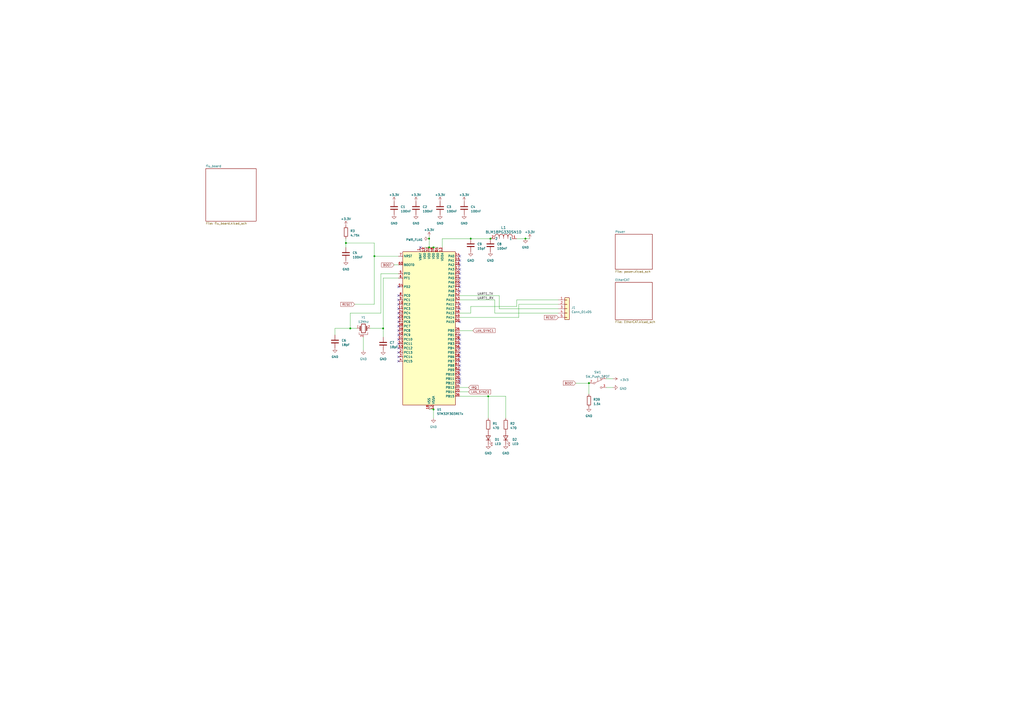
<source format=kicad_sch>
(kicad_sch (version 20230121) (generator eeschema)
  (paper "A2")
  (lib_symbols
    (symbol "BLM18PG330SN1D:BLM18PG330SN1D" (pin_names (offset 0.254))
      (property "Reference" "L" (at 6.985 5.08 0))
      (property "Value" "BLM18PG330SN1D" (at 6.985 -2.54 0))
      (symbol "BLM18PG330SN1D_1_1"
        (polyline (pts (xy 2.54 0) (xy 2.54 1.27)) (stroke (width 0.2032)))
        (polyline (pts (xy 5.08 0) (xy 5.08 1.27)) (stroke (width 0.2032)))
        (polyline (pts (xy 7.62 0) (xy 7.62 1.27)) (stroke (width 0.2032)))
        (polyline (pts (xy 10.16 0) (xy 10.16 1.27)) (stroke (width 0.2032)))
        (polyline (pts (xy 12.7 0) (xy 12.7 1.27)) (stroke (width 0.2032)))
        (arc (start 5.08 1.27) (mid 3.81 2.5345) (end 2.54 1.27) (stroke (width 0.254)))
        (arc (start 7.62 1.27) (mid 6.35 2.5345) (end 5.08 1.27) (stroke (width 0.254)))
        (arc (start 10.16 1.27) (mid 8.89 2.5345) (end 7.62 1.27) (stroke (width 0.254)))
        (arc (start 12.7 1.27) (mid 11.43 2.5345) (end 10.16 1.27) (stroke (width 0.254)))
        (pin unspecified line (at 15.24 0 180) (length 2.54) (name "1") (number "1"))
        (pin unspecified line (at 0 0 0) (length 2.54) (name "2") (number "2"))
      )
      (symbol "BLM18PG330SN1D_1_2"
        (arc (start -1.27 5.08) (mid -2.5345 3.81) (end -1.27 2.54) (stroke (width 0.254)))
        (arc (start -1.27 7.62) (mid -2.5345 6.35) (end -1.27 5.08) (stroke (width 0.254)))
        (arc (start -1.27 10.16) (mid -2.5345 8.89) (end -1.27 7.62) (stroke (width 0.254)))
        (arc (start -1.27 12.7) (mid -2.5345 11.43) (end -1.27 10.16) (stroke (width 0.254)))
        (polyline (pts (xy 0 2.54) (xy -1.27 2.54)) (stroke (width 0.2032)))
        (polyline (pts (xy 0 5.08) (xy -1.27 5.08)) (stroke (width 0.2032)))
        (polyline (pts (xy 0 7.62) (xy -1.27 7.62)) (stroke (width 0.2032)))
        (polyline (pts (xy 0 10.16) (xy -1.27 10.16)) (stroke (width 0.2032)))
        (polyline (pts (xy 0 12.7) (xy -1.27 12.7)) (stroke (width 0.2032)))
        (pin unspecified line (at 0 15.24 270) (length 2.54) (name "1") (number "1"))
        (pin unspecified line (at 0 0 90) (length 2.54) (name "2") (number "2"))
      )
    )
    (symbol "Connector_Generic:Conn_01x05" (pin_names (offset 1.016) hide)
      (property "Reference" "J" (at 0 7.62 0))
      (property "Value" "Conn_01x05" (at 0 -7.62 0))
      (symbol "Conn_01x05_1_1"
        (rectangle (start -1.27 -4.953) (end 0 -5.207) (stroke (width 0.1524)))
        (rectangle (start -1.27 -2.413) (end 0 -2.667) (stroke (width 0.1524)))
        (rectangle (start -1.27 0.127) (end 0 -0.127) (stroke (width 0.1524)))
        (rectangle (start -1.27 2.667) (end 0 2.413) (stroke (width 0.1524)))
        (rectangle (start -1.27 5.207) (end 0 4.953) (stroke (width 0.1524)))
        (rectangle (start -1.27 6.35) (end 1.27 -6.35) (stroke (width 0.254)) (fill (type background)))
        (pin passive line (at -5.08 5.08 0) (length 3.81) (name "Pin_1") (number "1"))
        (pin passive line (at -5.08 2.54 0) (length 3.81) (name "Pin_2") (number "2"))
        (pin passive line (at -5.08 0 0) (length 3.81) (name "Pin_3") (number "3"))
        (pin passive line (at -5.08 -2.54 0) (length 3.81) (name "Pin_4") (number "4"))
        (pin passive line (at -5.08 -5.08 0) (length 3.81) (name "Pin_5") (number "5"))
      )
    )
    (symbol "Device:C" (pin_numbers hide) (pin_names (offset 0.254))
      (property "Reference" "C" (at 0.635 2.54 0))
      (property "Value" "C" (at 0.635 -2.54 0))
      (symbol "C_0_1"
        (polyline (pts (xy -2.032 -0.762) (xy 2.032 -0.762)) (stroke (width 0.508)))
        (polyline (pts (xy -2.032 0.762) (xy 2.032 0.762)) (stroke (width 0.508)))
      )
      (symbol "C_1_1"
        (pin passive line (at 0 3.81 270) (length 2.794) (name "~") (number "1"))
        (pin passive line (at 0 -3.81 90) (length 2.794) (name "~") (number "2"))
      )
    )
    (symbol "Device:Crystal_GND3" (pin_names (offset 1.016) hide)
      (property "Reference" "Y" (at 0 5.715 0))
      (property "Value" "Crystal_GND3" (at 0 3.81 0))
      (symbol "Crystal_GND3_0_1"
        (rectangle (start -1.143 2.54) (end 1.143 -2.54) (stroke (width 0.3048)))
        (polyline (pts (xy -2.54 0) (xy -1.905 0)))
        (polyline (pts (xy -1.905 -1.27) (xy -1.905 1.27)) (stroke (width 0.508)))
        (polyline (pts (xy 0 -3.81) (xy 0 -3.556)))
        (polyline (pts (xy 1.905 0) (xy 2.54 0)))
        (polyline (pts (xy 1.905 1.27) (xy 1.905 -1.27)) (stroke (width 0.508)))
        (polyline (pts (xy -2.54 -2.286) (xy -2.54 -3.556) (xy 2.54 -3.556) (xy 2.54 -2.286)))
      )
      (symbol "Crystal_GND3_1_1"
        (pin passive line (at -3.81 0 0) (length 1.27) (name "1") (number "1"))
        (pin passive line (at 3.81 0 180) (length 1.27) (name "2") (number "2"))
        (pin passive line (at 0 -5.08 90) (length 1.27) (name "3") (number "3"))
      )
    )
    (symbol "Device:LED" (pin_numbers hide) (pin_names (offset 1.016) hide)
      (property "Reference" "D" (at 0 2.54 0))
      (property "Value" "LED" (at 0 -2.54 0))
      (symbol "LED_0_1"
        (polyline (pts (xy -1.27 -1.27) (xy -1.27 1.27)) (stroke (width 0.254)))
        (polyline (pts (xy -1.27 0) (xy 1.27 0)))
        (polyline (pts (xy 1.27 -1.27) (xy 1.27 1.27) (xy -1.27 0) (xy 1.27 -1.27)) (stroke (width 0.254)))
        (polyline (pts (xy -3.048 -0.762) (xy -4.572 -2.286) (xy -3.81 -2.286) (xy -4.572 -2.286) (xy -4.572 -1.524)))
        (polyline (pts (xy -1.778 -0.762) (xy -3.302 -2.286) (xy -2.54 -2.286) (xy -3.302 -2.286) (xy -3.302 -1.524)))
      )
      (symbol "LED_1_1"
        (pin passive line (at -3.81 0 0) (length 2.54) (name "K") (number "1"))
        (pin passive line (at 3.81 0 180) (length 2.54) (name "A") (number "2"))
      )
    )
    (symbol "Device:R" (pin_numbers hide) (pin_names (offset 0))
      (property "Reference" "R" (at 2.032 0 90))
      (property "Value" "R" (at 0 0 90))
      (symbol "R_0_1"
        (rectangle (start -1.016 -2.54) (end 1.016 2.54) (stroke (width 0.254)))
      )
      (symbol "R_1_1"
        (pin passive line (at 0 3.81 270) (length 1.27) (name "~") (number "1"))
        (pin passive line (at 0 -3.81 90) (length 1.27) (name "~") (number "2"))
      )
    )
    (symbol "MCU_ST_STM32F3:STM32F303RETx"
      (property "Reference" "U" (at -15.24 46.99 0))
      (property "Value" "STM32F303RETx" (at 10.16 46.99 0))
      (symbol "STM32F303RETx_0_1"
        (rectangle (start -15.24 -43.18) (end 15.24 45.72) (stroke (width 0.254)) (fill (type background)))
      )
      (symbol "STM32F303RETx_1_1"
        (pin power_in line (at -5.08 48.26 270) (length 2.54) (name "VBAT") (number "1"))
        (pin bidirectional line (at -17.78 15.24 0) (length 2.54) (name "PC2") (number "10"))
        (pin bidirectional line (at -17.78 12.7 0) (length 2.54) (name "PC3") (number "11"))
        (pin power_in line (at 2.54 -45.72 90) (length 2.54) (name "VSSA") (number "12"))
        (pin power_in line (at 7.62 48.26 270) (length 2.54) (name "VDDA") (number "13"))
        (pin bidirectional line (at 17.78 43.18 180) (length 2.54) (name "PA0") (number "14"))
        (pin bidirectional line (at 17.78 40.64 180) (length 2.54) (name "PA1") (number "15"))
        (pin bidirectional line (at 17.78 38.1 180) (length 2.54) (name "PA2") (number "16"))
        (pin bidirectional line (at 17.78 35.56 180) (length 2.54) (name "PA3") (number "17"))
        (pin power_in line (at 0 -45.72 90) (length 2.54) (name "VSS") (number "18"))
        (pin power_in line (at -2.54 48.26 270) (length 2.54) (name "VDD") (number "19"))
        (pin bidirectional line (at -17.78 -12.7 0) (length 2.54) (name "PC13") (number "2"))
        (pin bidirectional line (at 17.78 33.02 180) (length 2.54) (name "PA4") (number "20"))
        (pin bidirectional line (at 17.78 30.48 180) (length 2.54) (name "PA5") (number "21"))
        (pin bidirectional line (at 17.78 27.94 180) (length 2.54) (name "PA6") (number "22"))
        (pin bidirectional line (at 17.78 25.4 180) (length 2.54) (name "PA7") (number "23"))
        (pin bidirectional line (at -17.78 10.16 0) (length 2.54) (name "PC4") (number "24"))
        (pin bidirectional line (at -17.78 7.62 0) (length 2.54) (name "PC5") (number "25"))
        (pin bidirectional line (at 17.78 0 180) (length 2.54) (name "PB0") (number "26"))
        (pin bidirectional line (at 17.78 -2.54 180) (length 2.54) (name "PB1") (number "27"))
        (pin bidirectional line (at 17.78 -5.08 180) (length 2.54) (name "PB2") (number "28"))
        (pin bidirectional line (at 17.78 -25.4 180) (length 2.54) (name "PB10") (number "29"))
        (pin bidirectional line (at -17.78 -15.24 0) (length 2.54) (name "PC14") (number "3"))
        (pin bidirectional line (at 17.78 -27.94 180) (length 2.54) (name "PB11") (number "30"))
        (pin passive line (at 0 -45.72 90) (length 2.54) hide (name "VSS") (number "31"))
        (pin power_in line (at 0 48.26 270) (length 2.54) (name "VDD") (number "32"))
        (pin bidirectional line (at 17.78 -30.48 180) (length 2.54) (name "PB12") (number "33"))
        (pin bidirectional line (at 17.78 -33.02 180) (length 2.54) (name "PB13") (number "34"))
        (pin bidirectional line (at 17.78 -35.56 180) (length 2.54) (name "PB14") (number "35"))
        (pin bidirectional line (at 17.78 -38.1 180) (length 2.54) (name "PB15") (number "36"))
        (pin bidirectional line (at -17.78 5.08 0) (length 2.54) (name "PC6") (number "37"))
        (pin bidirectional line (at -17.78 2.54 0) (length 2.54) (name "PC7") (number "38"))
        (pin bidirectional line (at -17.78 0 0) (length 2.54) (name "PC8") (number "39"))
        (pin bidirectional line (at -17.78 -17.78 0) (length 2.54) (name "PC15") (number "4"))
        (pin bidirectional line (at -17.78 -2.54 0) (length 2.54) (name "PC9") (number "40"))
        (pin bidirectional line (at 17.78 22.86 180) (length 2.54) (name "PA8") (number "41"))
        (pin bidirectional line (at 17.78 20.32 180) (length 2.54) (name "PA9") (number "42"))
        (pin bidirectional line (at 17.78 17.78 180) (length 2.54) (name "PA10") (number "43"))
        (pin bidirectional line (at 17.78 15.24 180) (length 2.54) (name "PA11") (number "44"))
        (pin bidirectional line (at 17.78 12.7 180) (length 2.54) (name "PA12") (number "45"))
        (pin bidirectional line (at 17.78 10.16 180) (length 2.54) (name "PA13") (number "46"))
        (pin passive line (at 0 -45.72 90) (length 2.54) hide (name "VSS") (number "47"))
        (pin power_in line (at 2.54 48.26 270) (length 2.54) (name "VDD") (number "48"))
        (pin bidirectional line (at 17.78 7.62 180) (length 2.54) (name "PA14") (number "49"))
        (pin bidirectional line (at -17.78 33.02 0) (length 2.54) (name "PF0") (number "5"))
        (pin bidirectional line (at 17.78 5.08 180) (length 2.54) (name "PA15") (number "50"))
        (pin bidirectional line (at -17.78 -5.08 0) (length 2.54) (name "PC10") (number "51"))
        (pin bidirectional line (at -17.78 -7.62 0) (length 2.54) (name "PC11") (number "52"))
        (pin bidirectional line (at -17.78 -10.16 0) (length 2.54) (name "PC12") (number "53"))
        (pin bidirectional line (at -17.78 25.4 0) (length 2.54) (name "PD2") (number "54"))
        (pin bidirectional line (at 17.78 -7.62 180) (length 2.54) (name "PB3") (number "55"))
        (pin bidirectional line (at 17.78 -10.16 180) (length 2.54) (name "PB4") (number "56"))
        (pin bidirectional line (at 17.78 -12.7 180) (length 2.54) (name "PB5") (number "57"))
        (pin bidirectional line (at 17.78 -15.24 180) (length 2.54) (name "PB6") (number "58"))
        (pin bidirectional line (at 17.78 -17.78 180) (length 2.54) (name "PB7") (number "59"))
        (pin bidirectional line (at -17.78 30.48 0) (length 2.54) (name "PF1") (number "6"))
        (pin input line (at -17.78 38.1 0) (length 2.54) (name "BOOT0") (number "60"))
        (pin bidirectional line (at 17.78 -20.32 180) (length 2.54) (name "PB8") (number "61"))
        (pin bidirectional line (at 17.78 -22.86 180) (length 2.54) (name "PB9") (number "62"))
        (pin passive line (at 0 -45.72 90) (length 2.54) hide (name "VSS") (number "63"))
        (pin power_in line (at 5.08 48.26 270) (length 2.54) (name "VDD") (number "64"))
        (pin input line (at -17.78 43.18 0) (length 2.54) (name "NRST") (number "7"))
        (pin bidirectional line (at -17.78 20.32 0) (length 2.54) (name "PC0") (number "8"))
        (pin bidirectional line (at -17.78 17.78 0) (length 2.54) (name "PC1") (number "9"))
      )
    )
    (symbol "Switch:SW_Push_SPDT" (pin_names (offset 0) hide)
      (property "Reference" "SW" (at 0 4.318 0))
      (property "Value" "SW_Push_SPDT" (at 0 -5.08 0))
      (symbol "SW_Push_SPDT_0_0"
        (circle (center -2.032 0) (radius 0.508))
        (polyline (pts (xy 0 1.016) (xy 0 3.048)))
        (circle (center 2.032 -2.54) (radius 0.508))
      )
      (symbol "SW_Push_SPDT_0_1"
        (polyline (pts (xy -1.524 0.254) (xy 2.54 2.032)))
        (circle (center 2.032 2.54) (radius 0.508))
      )
      (symbol "SW_Push_SPDT_1_1"
        (pin passive line (at 5.08 2.54 180) (length 2.54) (name "A") (number "1"))
        (pin passive line (at -5.08 0 0) (length 2.54) (name "B") (number "2"))
        (pin passive line (at 5.08 -2.54 180) (length 2.54) (name "C") (number "3"))
      )
    )
    (symbol "power:+3.3V" (power) (pin_names (offset 0))
      (property "Value" "+3.3V" (at 0 3.556 0))
      (symbol "+3.3V_0_1"
        (polyline (pts (xy -0.762 1.27) (xy 0 2.54)))
        (polyline (pts (xy 0 0) (xy 0 2.54)))
        (polyline (pts (xy 0 2.54) (xy 0.762 1.27)))
      )
      (symbol "+3.3V_1_1"
        (pin power_in line (at 0 0 90) (length 0) hide (name "+3.3V") (number "1"))
      )
    )
    (symbol "power:+3V3" (power) (pin_names (offset 0))
      (property "Value" "+3V3" (at 0 3.556 0))
      (symbol "+3V3_0_1"
        (polyline (pts (xy -0.762 1.27) (xy 0 2.54)))
        (polyline (pts (xy 0 0) (xy 0 2.54)))
        (polyline (pts (xy 0 2.54) (xy 0.762 1.27)))
      )
      (symbol "+3V3_1_1"
        (pin power_in line (at 0 0 90) (length 0) hide (name "+3V3") (number "1"))
      )
    )
    (symbol "power:GND" (power) (pin_names (offset 0))
      (property "Value" "GND" (at 0 -3.81 0))
      (symbol "GND_0_1"
        (polyline (pts (xy 0 0) (xy 0 -1.27) (xy 1.27 -1.27) (xy 0 -2.54) (xy -1.27 -1.27) (xy 0 -1.27)))
      )
      (symbol "GND_1_1"
        (pin power_in line (at 0 0 270) (length 0) hide (name "GND") (number "1"))
      )
    )
    (symbol "power:PWR_FLAG" (power) (pin_numbers hide) (pin_names (offset 0) hide)
      (property "Value" "PWR_FLAG" (at 0 3.81 0))
      (symbol "PWR_FLAG_0_0"
        (pin power_out line (at 0 0 90) (length 0) (name "pwr") (number "1"))
      )
      (symbol "PWR_FLAG_0_1"
        (polyline (pts (xy 0 0) (xy 0 1.27) (xy -1.016 1.905) (xy 0 2.54) (xy 1.016 1.905) (xy 0 1.27)))
      )
    )
  )
  (junction (at 222.25 190.5))
  (junction (at 284.48 138.43))
  (junction (at 200.66 140.97))
  (junction (at 203.2 190.5))
  (junction (at 304.8 138.43))
  (junction (at 248.92 138.43))
  (junction (at 248.92 143.51))
  (junction (at 251.46 143.51))
  (junction (at 273.05 138.43))
  (junction (at 283.21 229.87))
  (junction (at 217.17 148.59))
  (junction (at 341.63 222.25))
  (junction (at 251.46 237.49))
  (no_connect (at 231.14 194.31))
  (no_connect (at 266.7 158.75))
  (no_connect (at 266.7 161.29))
  (no_connect (at 266.7 176.53))
  (no_connect (at 266.7 166.37))
  (no_connect (at 266.7 148.59))
  (no_connect (at 231.14 181.61))
  (no_connect (at 231.14 173.99))
  (no_connect (at 266.7 214.63))
  (no_connect (at 266.7 179.07))
  (no_connect (at 266.7 194.31))
  (no_connect (at 266.7 220.98))
  (no_connect (at 231.14 186.69))
  (no_connect (at 243.84 143.51))
  (no_connect (at 266.7 151.13))
  (no_connect (at 231.14 207.01))
  (no_connect (at 266.7 207.01))
  (no_connect (at 231.14 199.39))
  (no_connect (at 231.14 189.23))
  (no_connect (at 266.7 201.93))
  (no_connect (at 231.14 209.55))
  (no_connect (at 266.7 196.85))
  (no_connect (at 266.7 153.67))
  (no_connect (at 231.14 179.07))
  (no_connect (at 266.7 156.21))
  (no_connect (at 231.14 196.85))
  (no_connect (at 231.14 184.15))
  (no_connect (at 266.7 199.39))
  (no_connect (at 266.7 212.09))
  (no_connect (at 231.14 204.47))
  (no_connect (at 231.14 176.53))
  (no_connect (at 231.14 201.93))
  (no_connect (at 266.7 163.83))
  (no_connect (at 266.7 168.91))
  (no_connect (at 231.14 166.37))
  (no_connect (at 266.7 219.71))
  (no_connect (at 266.7 222.25))
  (no_connect (at 266.7 204.47))
  (no_connect (at 266.7 217.17))
  (no_connect (at 231.14 191.77))
  (no_connect (at 231.14 171.45))
  (no_connect (at 266.7 186.69))
  (no_connect (at 266.7 209.55))
  (wire (pts (xy 273.05 177.8) (xy 299.72 177.8)))
  (wire (pts (xy 231.14 158.75) (xy 220.98 158.75)))
  (wire (pts (xy 217.17 148.59) (xy 217.17 140.97)))
  (wire (pts (xy 341.63 222.25) (xy 334.01 222.25)))
  (wire (pts (xy 251.46 242.57) (xy 251.46 237.49)))
  (wire (pts (xy 248.92 237.49) (xy 251.46 237.49)))
  (wire (pts (xy 231.14 148.59) (xy 217.17 148.59)))
  (wire (pts (xy 203.2 190.5) (xy 207.01 190.5)))
  (wire (pts (xy 210.82 203.2) (xy 210.82 195.58)))
  (wire (pts (xy 273.05 177.8) (xy 273.05 181.61)))
  (wire (pts (xy 256.54 138.43) (xy 273.05 138.43)))
  (wire (pts (xy 304.8 138.43) (xy 299.72 138.43)))
  (wire (pts (xy 228.6 153.67) (xy 231.14 153.67)))
  (wire (pts (xy 200.66 143.51) (xy 200.66 140.97)))
  (wire (pts (xy 287.02 181.61) (xy 323.85 181.61)))
  (wire (pts (xy 205.74 176.53) (xy 217.17 176.53)))
  (wire (pts (xy 200.66 140.97) (xy 200.66 138.43)))
  (wire (pts (xy 266.7 224.79) (xy 271.78 224.79)))
  (wire (pts (xy 287.02 173.99) (xy 287.02 181.61)))
  (wire (pts (xy 222.25 190.5) (xy 222.25 161.29)))
  (wire (pts (xy 283.21 229.87) (xy 283.21 242.57)))
  (wire (pts (xy 266.7 191.77) (xy 274.32 191.77)))
  (wire (pts (xy 273.05 181.61) (xy 266.7 181.61)))
  (wire (pts (xy 222.25 195.58) (xy 222.25 190.5)))
  (wire (pts (xy 266.7 227.33) (xy 271.78 227.33)))
  (wire (pts (xy 266.7 173.99) (xy 287.02 173.99)))
  (wire (pts (xy 248.92 143.51) (xy 251.46 143.51)))
  (wire (pts (xy 246.38 143.51) (xy 248.92 143.51)))
  (wire (pts (xy 220.98 181.61) (xy 203.2 181.61)))
  (wire (pts (xy 248.92 137.16) (xy 248.92 138.43)))
  (wire (pts (xy 256.54 143.51) (xy 256.54 138.43)))
  (wire (pts (xy 251.46 143.51) (xy 254 143.51)))
  (wire (pts (xy 307.34 138.43) (xy 304.8 138.43)))
  (wire (pts (xy 299.72 177.8) (xy 299.72 173.99)))
  (wire (pts (xy 293.37 242.57) (xy 293.37 229.87)))
  (wire (pts (xy 299.72 173.99) (xy 323.85 173.99)))
  (wire (pts (xy 289.56 179.07) (xy 323.85 179.07)))
  (wire (pts (xy 217.17 176.53) (xy 217.17 148.59)))
  (wire (pts (xy 300.99 184.15) (xy 300.99 176.53)))
  (wire (pts (xy 220.98 158.75) (xy 220.98 181.61)))
  (wire (pts (xy 203.2 181.61) (xy 203.2 190.5)))
  (wire (pts (xy 289.56 171.45) (xy 289.56 179.07)))
  (wire (pts (xy 266.7 229.87) (xy 283.21 229.87)))
  (wire (pts (xy 355.6 224.79) (xy 351.79 224.79)))
  (wire (pts (xy 217.17 140.97) (xy 200.66 140.97)))
  (wire (pts (xy 355.6 219.71) (xy 351.79 219.71)))
  (wire (pts (xy 293.37 229.87) (xy 283.21 229.87)))
  (wire (pts (xy 222.25 161.29) (xy 231.14 161.29)))
  (wire (pts (xy 300.99 176.53) (xy 323.85 176.53)))
  (wire (pts (xy 266.7 184.15) (xy 300.99 184.15)))
  (wire (pts (xy 194.31 190.5) (xy 203.2 190.5)))
  (wire (pts (xy 266.7 171.45) (xy 289.56 171.45)))
  (wire (pts (xy 194.31 194.31) (xy 194.31 190.5)))
  (wire (pts (xy 341.63 228.6) (xy 341.63 222.25)))
  (wire (pts (xy 273.05 138.43) (xy 284.48 138.43)))
  (wire (pts (xy 214.63 190.5) (xy 222.25 190.5)))
  (wire (pts (xy 248.92 138.43) (xy 248.92 143.51)))
  (label "UART1_RX" (at 276.86 173.99 0))
  (label "UART1_TX" (at 276.86 171.45 0))
  (global_label "RESET" (shape input) (at 323.85 184.15 180) (property "Intersheetrefs" "${INTERSHEET_REFS}" (effects hide)))
  (global_label "BOOT" (shape input) (at 334.01 222.25 180) (property "Intersheetrefs" "${INTERSHEET_REFS}" (effects hide)))
  (global_label "LAN_SYNC1" (shape input) (at 274.32 191.77 0) (property "Intersheetrefs" "${INTERSHEET_REFS}" (effects hide)))
  (global_label "LAN_SYNC0" (shape input) (at 271.78 227.33 0) (property "Intersheetrefs" "${INTERSHEET_REFS}" (effects hide)))
  (global_label "IRQ" (shape input) (at 271.78 224.79 0) (property "Intersheetrefs" "${INTERSHEET_REFS}" (effects hide)))
  (global_label "BOOT" (shape input) (at 228.6 153.67 180) (property "Intersheetrefs" "${INTERSHEET_REFS}" (effects hide)))
  (global_label "RESET" (shape input) (at 205.74 176.53 180) (property "Intersheetrefs" "${INTERSHEET_REFS}" (effects hide)))
  (symbol (lib_id "power:PWR_FLAG") (at 248.92 138.43 90) (unit 1)
    (property "Reference" "#FLG01" (effects hide))
    (property "Value" "PWR_FLAG" (at 245.11 139.065 90) (effects (justify left)))
  )
  (symbol (lib_id "power:+3.3V") (at 241.3 116.84 0) (unit 1)
    (property "Reference" "#PWR04" (effects hide))
    (property "Value" "+3.3V" (at 241.3 113.03 0))
  )
  (symbol (lib_id "Device:C") (at 255.27 120.65 0) (unit 1)
    (property "Reference" "C3" (at 259.08 120.015 0) (effects (justify left)))
    (property "Value" "100nF" (at 259.08 122.555 0) (effects (justify left)))
    (property "Footprint" "Capacitor_SMD:C_0805_2012Metric_Pad1.18x1.45mm_HandSolder" (effects hide))
  )
  (symbol (lib_id "power:+3.3V") (at 200.66 130.81 0) (unit 1)
    (property "Reference" "#PWR013" (effects hide))
    (property "Value" "+3.3V" (at 200.66 127 0))
  )
  (symbol (lib_id "power:GND") (at 293.37 257.81 0) (unit 1)
    (property "Reference" "#PWR012" (effects hide))
    (property "Value" "GND" (at 293.37 262.89 0))
  )
  (symbol (lib_id "power:GND") (at 210.82 203.2 0) (unit 1)
    (property "Reference" "#PWR015" (effects hide))
    (property "Value" "GND" (at 210.82 208.28 0))
  )
  (symbol (lib_id "power:+3.3V") (at 228.6 116.84 0) (unit 1)
    (property "Reference" "#PWR02" (effects hide))
    (property "Value" "+3.3V" (at 228.6 113.03 0))
  )
  (symbol (lib_id "power:GND") (at 200.66 151.13 0) (unit 1)
    (property "Reference" "#PWR014" (effects hide))
    (property "Value" "GND" (at 200.66 156.21 0))
  )
  (symbol (lib_id "Device:C") (at 228.6 120.65 0) (unit 1)
    (property "Reference" "C1" (at 232.41 120.015 0) (effects (justify left)))
    (property "Value" "100nF" (at 232.41 122.555 0) (effects (justify left)))
    (property "Footprint" "Capacitor_SMD:C_0805_2012Metric_Pad1.18x1.45mm_HandSolder" (effects hide))
  )
  (symbol (lib_id "power:GND") (at 255.27 124.46 0) (unit 1)
    (property "Reference" "#PWR07" (effects hide))
    (property "Value" "GND" (at 255.27 129.54 0))
  )
  (symbol (lib_id "power:GND") (at 241.3 124.46 0) (unit 1)
    (property "Reference" "#PWR05" (effects hide))
    (property "Value" "GND" (at 241.3 129.54 0))
  )
  (symbol (lib_id "power:+3V3") (at 355.6 219.71 270) (unit 1)
    (property "Reference" "#PWR0113" (effects hide))
    (property "Value" "+3V3" (at 359.41 220.345 90) (effects (justify left)))
  )
  (symbol (lib_id "power:GND") (at 304.8 138.43 0) (unit 1)
    (property "Reference" "#PWR0111" (effects hide))
    (property "Value" "GND" (at 304.8 143.51 0))
  )
  (symbol (lib_id "power:GND") (at 228.6 124.46 0) (unit 1)
    (property "Reference" "#PWR03" (effects hide))
    (property "Value" "GND" (at 228.6 129.54 0))
  )
  (symbol (lib_id "Device:C") (at 269.24 120.65 0) (unit 1)
    (property "Reference" "C4" (at 273.05 120.015 0) (effects (justify left)))
    (property "Value" "100nF" (at 273.05 122.555 0) (effects (justify left)))
    (property "Footprint" "Capacitor_SMD:C_0805_2012Metric_Pad1.18x1.45mm_HandSolder" (effects hide))
  )
  (symbol (lib_id "Connector_Generic:Conn_01x05") (at 328.93 179.07 0) (unit 1)
    (property "Reference" "J1" (at 331.47 178.435 0) (effects (justify left)))
    (property "Value" "Conn_01x05" (at 331.47 180.975 0) (effects (justify left)))
  )
  (symbol (lib_id "power:GND") (at 273.05 146.05 0) (unit 1)
    (property "Reference" "#PWR019" (effects hide))
    (property "Value" "GND" (at 273.05 151.13 0))
  )
  (symbol (lib_id "power:GND") (at 194.31 201.93 0) (unit 1)
    (property "Reference" "#PWR016" (effects hide))
    (property "Value" "GND" (at 194.31 207.01 0))
  )
  (symbol (lib_id "BLM18PG330SN1D:BLM18PG330SN1D") (at 284.48 138.43 0) (unit 1)
    (property "Reference" "L1" (at 292.1 132.08 0) (effects (font (size 1.524 1.524))))
    (property "Value" "BLM18PG330SN1D" (at 292.1 134.62 0) (effects (font (size 1.524 1.524))))
    (property "Footprint" "IND_BLM18_0603_MUR" (effects hide))
    (property "Datasheet" "BLM18PG330SN1D" (effects hide))
  )
  (symbol (lib_id "Device:R") (at 200.66 134.62 0) (unit 1)
    (property "Reference" "R3" (at 203.2 133.985 0) (effects (justify left)))
    (property "Value" "4.75k" (at 203.2 136.525 0) (effects (justify left)))
  )
  (symbol (lib_id "power:GND") (at 251.46 242.57 0) (unit 1)
    (property "Reference" "#PWR010" (effects hide))
    (property "Value" "GND" (at 251.46 247.65 0))
  )
  (symbol (lib_id "power:GND") (at 355.6 224.79 90) (unit 1)
    (property "Reference" "#PWR0115" (effects hide))
    (property "Value" "GND" (at 359.41 225.425 90) (effects (justify right)))
  )
  (symbol (lib_id "power:GND") (at 269.24 124.46 0) (unit 1)
    (property "Reference" "#PWR09" (effects hide))
    (property "Value" "GND" (at 269.24 129.54 0))
  )
  (symbol (lib_id "Device:C") (at 194.31 198.12 0) (unit 1)
    (property "Reference" "C6" (at 198.12 197.485 0) (effects (justify left)))
    (property "Value" "18pF" (at 198.12 200.025 0) (effects (justify left)))
    (property "Footprint" "Capacitor_SMD:C_0805_2012Metric_Pad1.18x1.45mm_HandSolder" (effects hide))
  )
  (symbol (lib_id "Device:LED") (at 283.21 254 90) (unit 1)
    (property "Reference" "D1" (at 287.02 254.9525 90) (effects (justify right)))
    (property "Value" "LED" (at 287.02 257.4925 90) (effects (justify right)))
  )
  (symbol (lib_id "Device:C") (at 273.05 142.24 0) (unit 1)
    (property "Reference" "C9" (at 276.86 141.605 0) (effects (justify left)))
    (property "Value" "15pF" (at 276.86 144.145 0) (effects (justify left)))
    (property "Footprint" "Capacitor_SMD:C_0805_2012Metric_Pad1.18x1.45mm_HandSolder" (effects hide))
  )
  (symbol (lib_id "power:GND") (at 341.63 236.22 0) (unit 1)
    (property "Reference" "#PWR0114" (effects hide))
    (property "Value" "GND" (at 341.63 241.3 0))
  )
  (symbol (lib_id "power:+3.3V") (at 248.92 137.16 0) (unit 1)
    (property "Reference" "#PWR01" (effects hide))
    (property "Value" "+3.3V" (at 248.92 133.35 0))
  )
  (symbol (lib_id "Device:C") (at 284.48 142.24 0) (unit 1)
    (property "Reference" "C8" (at 288.29 141.605 0) (effects (justify left)))
    (property "Value" "100nF" (at 288.29 144.145 0) (effects (justify left)))
    (property "Footprint" "Capacitor_SMD:C_0805_2012Metric_Pad1.18x1.45mm_HandSolder" (effects hide))
  )
  (symbol (lib_id "MCU_ST_STM32F3:STM32F303RETx") (at 248.92 191.77 0) (unit 1)
    (property "Reference" "U1" (at 253.4159 237.49 0) (effects (justify left)))
    (property "Value" "STM32F303RETx" (at 253.4159 240.03 0) (effects (justify left)))
    (property "Footprint" "Package_QFP:LQFP-64_10x10mm_P0.5mm" (effects hide))
    (property "Datasheet" "https://www.st.com/resource/en/datasheet/stm32f303re.pdf" (effects hide))
  )
  (symbol (lib_id "power:+3.3V") (at 307.34 138.43 0) (unit 1)
    (property "Reference" "#PWR020" (effects hide))
    (property "Value" "+3.3V" (at 307.34 134.62 0))
  )
  (symbol (lib_id "Device:Crystal_GND3") (at 210.82 190.5 0) (unit 1)
    (property "Reference" "Y1" (at 210.82 184.15 0))
    (property "Value" "12Mhz" (at 210.82 186.69 0))
  )
  (symbol (lib_id "power:GND") (at 283.21 257.81 0) (unit 1)
    (property "Reference" "#PWR011" (effects hide))
    (property "Value" "GND" (at 283.21 262.89 0))
  )
  (symbol (lib_id "Device:R") (at 341.63 232.41 0) (unit 1)
    (property "Reference" "R39" (at 344.17 231.775 0) (effects (justify left)))
    (property "Value" "1.5k" (at 344.17 234.315 0) (effects (justify left)))
  )
  (symbol (lib_id "Switch:SW_Push_SPDT") (at 346.71 222.25 0) (unit 1)
    (property "Reference" "SW1" (at 346.71 215.9 0))
    (property "Value" "SW_Push_SPDT" (at 346.71 218.44 0))
  )
  (symbol (lib_id "Device:C") (at 200.66 147.32 0) (unit 1)
    (property "Reference" "C5" (at 204.47 146.685 0) (effects (justify left)))
    (property "Value" "100nF" (at 204.47 149.225 0) (effects (justify left)))
    (property "Footprint" "Capacitor_SMD:C_0805_2012Metric_Pad1.18x1.45mm_HandSolder" (effects hide))
  )
  (symbol (lib_id "Device:LED") (at 293.37 254 90) (unit 1)
    (property "Reference" "D2" (at 297.18 254.9525 90) (effects (justify right)))
    (property "Value" "LED" (at 297.18 257.4925 90) (effects (justify right)))
  )
  (symbol (lib_id "power:GND") (at 284.48 146.05 0) (unit 1)
    (property "Reference" "#PWR018" (effects hide))
    (property "Value" "GND" (at 284.48 151.13 0))
  )
  (symbol (lib_id "Device:C") (at 241.3 120.65 0) (unit 1)
    (property "Reference" "C2" (at 245.11 120.015 0) (effects (justify left)))
    (property "Value" "100nF" (at 245.11 122.555 0) (effects (justify left)))
    (property "Footprint" "Capacitor_SMD:C_0805_2012Metric_Pad1.18x1.45mm_HandSolder" (effects hide))
  )
  (symbol (lib_id "Device:C") (at 222.25 199.39 0) (unit 1)
    (property "Reference" "C7" (at 226.06 198.755 0) (effects (justify left)))
    (property "Value" "18pF" (at 226.06 201.295 0) (effects (justify left)))
    (property "Footprint" "Capacitor_SMD:C_0805_2012Metric_Pad1.18x1.45mm_HandSolder" (effects hide))
  )
  (symbol (lib_id "power:GND") (at 222.25 203.2 0) (unit 1)
    (property "Reference" "#PWR017" (effects hide))
    (property "Value" "GND" (at 222.25 208.28 0))
  )
  (symbol (lib_id "Device:R") (at 293.37 246.38 0) (unit 1)
    (property "Reference" "R2" (at 295.91 245.745 0) (effects (justify left)))
    (property "Value" "470" (at 295.91 248.285 0) (effects (justify left)))
  )
  (symbol (lib_id "power:+3.3V") (at 255.27 116.84 0) (unit 1)
    (property "Reference" "#PWR06" (effects hide))
    (property "Value" "+3.3V" (at 255.27 113.03 0))
  )
  (symbol (lib_id "power:+3.3V") (at 269.24 116.84 0) (unit 1)
    (property "Reference" "#PWR08" (effects hide))
    (property "Value" "+3.3V" (at 269.24 113.03 0))
  )
  (symbol (lib_id "Device:R") (at 283.21 246.38 0) (unit 1)
    (property "Reference" "R1" (at 285.75 245.745 0) (effects (justify left)))
    (property "Value" "470" (at 285.75 248.285 0) (effects (justify left)))
  )
  (sheet (at 356.87 135.89) (size 21.59 20.32) (stroke (width 0.1524))
    (property "Sheetname" "Power" (at 356.87 135.1784 0) (effects (justify left bottom)))
    (property "Sheetfile" "power.kicad_sch" (at 356.87 156.7946 0) (effects (justify left top)))
  )
  (sheet (at 119.38 97.79) (size 29.21 30.48) (stroke (width 0.1524))
    (property "Sheetname" "fiu_board" (at 119.38 97.0784 0) (effects (justify left bottom)))
    (property "Sheetfile" "fiu_board.kicad_sch" (at 119.38 128.8546 0) (effects (justify left top)))
  )
  (sheet (at 356.87 163.83) (size 21.59 21.59) (stroke (width 0.1524))
    (property "Sheetname" "EtherCAT" (at 356.87 163.1184 0) (effects (justify left bottom)))
    (property "Sheetfile" "EtherCAT.kicad_sch" (at 356.87 186.0046 0) (effects (justify left top)))
  )
)
</source>
